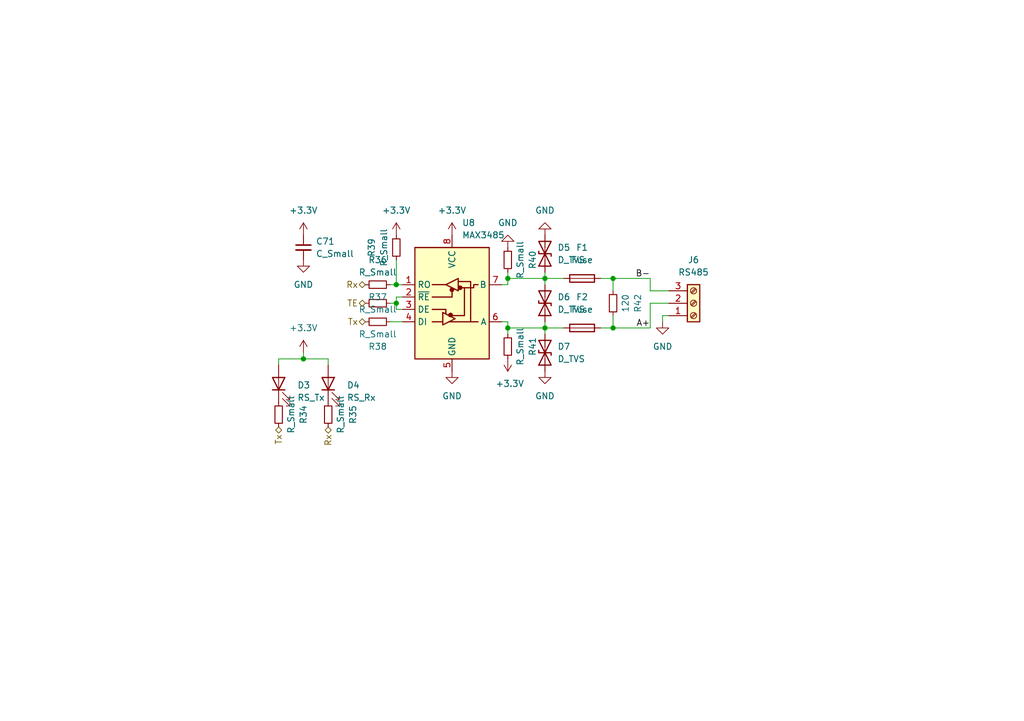
<source format=kicad_sch>
(kicad_sch (version 20211123) (generator eeschema)
  (paper "A5")
  (lib_symbols
    (symbol "Connector:Screw_Terminal_01x03" (pin_names (offset 1.016) hide)
      (property "Reference" "J" (at 0 5.08 0))
      (property "Value" "Screw_Terminal_01x03" (at 0 -5.08 0))
      (symbol "Screw_Terminal_01x03_1_1"
        (rectangle (start -1.27 3.81) (end 1.27 -3.81) (stroke (width 0.254)) (fill (type background)))
        (circle (center 0 -2.54) (radius 0.635) (stroke (width 0.1524)))
        (polyline (pts (xy -0.5334 -2.2098) (xy 0.3302 -3.048)) (stroke (width 0.1524)))
        (polyline (pts (xy -0.5334 0.3302) (xy 0.3302 -0.508)) (stroke (width 0.1524)))
        (polyline (pts (xy -0.5334 2.8702) (xy 0.3302 2.032)) (stroke (width 0.1524)))
        (polyline (pts (xy -0.3556 -2.032) (xy 0.508 -2.8702)) (stroke (width 0.1524)))
        (polyline (pts (xy -0.3556 0.508) (xy 0.508 -0.3302)) (stroke (width 0.1524)))
        (polyline (pts (xy -0.3556 3.048) (xy 0.508 2.2098)) (stroke (width 0.1524)))
        (circle (center 0 0) (radius 0.635) (stroke (width 0.1524)))
        (circle (center 0 2.54) (radius 0.635) (stroke (width 0.1524)))
        (pin passive line (at -5.08 2.54 0) (length 3.81) (name "Pin_1") (number "1"))
        (pin passive line (at -5.08 0 0) (length 3.81) (name "Pin_2") (number "2"))
        (pin passive line (at -5.08 -2.54 0) (length 3.81) (name "Pin_3") (number "3"))
      )
    )
    (symbol "Device:C_Small" (pin_numbers hide) (pin_names (offset 0.254) hide)
      (property "Reference" "C" (at 0.254 1.778 0))
      (property "Value" "C_Small" (at 0.254 -2.032 0))
      (symbol "C_Small_0_1"
        (polyline (pts (xy -1.524 -0.508) (xy 1.524 -0.508)) (stroke (width 0.3302)))
        (polyline (pts (xy -1.524 0.508) (xy 1.524 0.508)) (stroke (width 0.3048)))
      )
      (symbol "C_Small_1_1"
        (pin passive line (at 0 2.54 270) (length 2.032) (name "~") (number "1"))
        (pin passive line (at 0 -2.54 90) (length 2.032) (name "~") (number "2"))
      )
    )
    (symbol "Device:D_TVS" (pin_numbers hide) (pin_names (offset 1.016) hide)
      (property "Reference" "D" (at 0 2.54 0))
      (property "Value" "D_TVS" (at 0 -2.54 0))
      (symbol "D_TVS_0_1"
        (polyline (pts (xy 1.27 0) (xy -1.27 0)))
        (polyline (pts (xy 0.508 1.27) (xy 0 1.27) (xy 0 -1.27) (xy -0.508 -1.27)) (stroke (width 0.254)))
        (polyline (pts (xy -2.54 1.27) (xy -2.54 -1.27) (xy 2.54 1.27) (xy 2.54 -1.27) (xy -2.54 1.27)) (stroke (width 0.254)))
      )
      (symbol "D_TVS_1_1"
        (pin passive line (at -3.81 0 0) (length 2.54) (name "A1") (number "1"))
        (pin passive line (at 3.81 0 180) (length 2.54) (name "A2") (number "2"))
      )
    )
    (symbol "Device:Fuse" (pin_numbers hide) (pin_names (offset 0))
      (property "Reference" "F" (at 2.032 0 90))
      (property "Value" "Fuse" (at -1.905 0 90))
      (symbol "Fuse_0_1"
        (rectangle (start -0.762 -2.54) (end 0.762 2.54) (stroke (width 0.254)))
        (polyline (pts (xy 0 2.54) (xy 0 -2.54)))
      )
      (symbol "Fuse_1_1"
        (pin passive line (at 0 3.81 270) (length 1.27) (name "~") (number "1"))
        (pin passive line (at 0 -3.81 90) (length 1.27) (name "~") (number "2"))
      )
    )
    (symbol "Device:LED" (pin_numbers hide) (pin_names (offset 1.016) hide)
      (property "Reference" "D" (at 0 2.54 0))
      (property "Value" "LED" (at 0 -2.54 0))
      (symbol "LED_0_1"
        (polyline (pts (xy -1.27 -1.27) (xy -1.27 1.27)) (stroke (width 0.254)))
        (polyline (pts (xy -1.27 0) (xy 1.27 0)))
        (polyline (pts (xy 1.27 -1.27) (xy 1.27 1.27) (xy -1.27 0) (xy 1.27 -1.27)) (stroke (width 0.254)))
        (polyline (pts (xy -3.048 -0.762) (xy -4.572 -2.286) (xy -3.81 -2.286) (xy -4.572 -2.286) (xy -4.572 -1.524)))
        (polyline (pts (xy -1.778 -0.762) (xy -3.302 -2.286) (xy -2.54 -2.286) (xy -3.302 -2.286) (xy -3.302 -1.524)))
      )
      (symbol "LED_1_1"
        (pin passive line (at -3.81 0 0) (length 2.54) (name "K") (number "1"))
        (pin passive line (at 3.81 0 180) (length 2.54) (name "A") (number "2"))
      )
    )
    (symbol "Device:R_Small" (pin_numbers hide) (pin_names (offset 0.254) hide)
      (property "Reference" "R" (at 0.762 0.508 0))
      (property "Value" "R_Small" (at 0.762 -1.016 0))
      (symbol "R_Small_0_1"
        (rectangle (start -0.762 1.778) (end 0.762 -1.778) (stroke (width 0.2032)))
      )
      (symbol "R_Small_1_1"
        (pin passive line (at 0 2.54 270) (length 0.762) (name "~") (number "1"))
        (pin passive line (at 0 -2.54 90) (length 0.762) (name "~") (number "2"))
      )
    )
    (symbol "Interface_UART:MAX3485"
      (property "Reference" "U" (at -6.096 11.43 0))
      (property "Value" "MAX3485" (at 0.762 11.43 0))
      (symbol "MAX3485_0_1"
        (rectangle (start -7.62 10.16) (end 7.62 -12.7) (stroke (width 0.254)) (fill (type background)))
        (circle (center -0.3048 -3.683) (radius 0.3556) (stroke (width 0.254)) (fill (type outline)))
        (circle (center -0.0254 1.4986) (radius 0.3556) (stroke (width 0.254)) (fill (type outline)))
        (polyline (pts (xy -4.064 -5.08) (xy -1.905 -5.08)) (stroke (width 0.254)))
        (polyline (pts (xy -4.064 2.54) (xy -1.27 2.54)) (stroke (width 0.254)))
        (polyline (pts (xy -1.27 -3.2004) (xy -1.27 -3.4544)) (stroke (width 0.254)))
        (polyline (pts (xy -0.635 -5.08) (xy 5.334 -5.08)) (stroke (width 0.254)))
        (polyline (pts (xy -4.064 -2.54) (xy -1.27 -2.54) (xy -1.27 -3.175)) (stroke (width 0.254)))
        (polyline (pts (xy 0 1.27) (xy 0 0) (xy -4.064 0)) (stroke (width 0.254)))
        (polyline (pts (xy 1.27 3.175) (xy 3.81 3.175) (xy 3.81 -5.08)) (stroke (width 0.254)))
        (polyline (pts (xy 2.54 1.905) (xy 2.54 -3.81) (xy 0 -3.81)) (stroke (width 0.254)))
        (polyline (pts (xy -1.905 -3.175) (xy -1.905 -5.715) (xy 0.635 -4.445) (xy -1.905 -3.175)) (stroke (width 0.254)))
        (polyline (pts (xy -1.27 2.54) (xy 1.27 3.81) (xy 1.27 1.27) (xy -1.27 2.54)) (stroke (width 0.254)))
        (polyline (pts (xy 1.905 1.905) (xy 4.445 1.905) (xy 4.445 2.54) (xy 5.334 2.54)) (stroke (width 0.254)))
        (rectangle (start 1.27 3.175) (end 1.27 3.175))
        (circle (center 1.651 1.905) (radius 0.3556) (stroke (width 0.254)) (fill (type outline)))
      )
      (symbol "MAX3485_1_1"
        (pin output line (at -10.16 2.54 0) (length 2.54) (name "RO") (number "1"))
        (pin input line (at -10.16 0 0) (length 2.54) (name "~{RE}") (number "2"))
        (pin input line (at -10.16 -2.54 0) (length 2.54) (name "DE") (number "3"))
        (pin input line (at -10.16 -5.08 0) (length 2.54) (name "DI") (number "4"))
        (pin power_in line (at 0 -15.24 90) (length 2.54) (name "GND") (number "5"))
        (pin bidirectional line (at 10.16 -5.08 180) (length 2.54) (name "A") (number "6"))
        (pin bidirectional line (at 10.16 2.54 180) (length 2.54) (name "B") (number "7"))
        (pin power_in line (at 0 12.7 270) (length 2.54) (name "VCC") (number "8"))
      )
    )
    (symbol "power:+3.3V" (power) (pin_names (offset 0))
      (property "Value" "+3.3V" (at 0 3.556 0))
      (symbol "+3.3V_0_1"
        (polyline (pts (xy -0.762 1.27) (xy 0 2.54)))
        (polyline (pts (xy 0 0) (xy 0 2.54)))
        (polyline (pts (xy 0 2.54) (xy 0.762 1.27)))
      )
      (symbol "+3.3V_1_1"
        (pin power_in line (at 0 0 90) (length 0) hide (name "+3.3V") (number "1"))
      )
    )
    (symbol "power:GND" (power) (pin_names (offset 0))
      (property "Value" "GND" (at 0 -3.81 0))
      (symbol "GND_0_1"
        (polyline (pts (xy 0 0) (xy 0 -1.27) (xy 1.27 -1.27) (xy 0 -2.54) (xy -1.27 -1.27) (xy 0 -1.27)))
      )
      (symbol "GND_1_1"
        (pin power_in line (at 0 0 270) (length 0) hide (name "GND") (number "1"))
      )
    )
  )
  (junction (at 104.14 57.15))
  (junction (at 125.73 67.31))
  (junction (at 111.76 57.15))
  (junction (at 125.73 57.15))
  (junction (at 81.28 58.42))
  (junction (at 81.28 62.23))
  (junction (at 62.23 73.66))
  (junction (at 104.14 67.31))
  (junction (at 111.76 67.31))
  (wire (pts (xy 137.16 62.23) (xy 133.35 62.23)))
  (wire (pts (xy 57.15 73.66) (xy 57.15 74.93)))
  (wire (pts (xy 137.16 59.69) (xy 133.35 59.69)))
  (wire (pts (xy 111.76 57.15) (xy 115.57 57.15)))
  (wire (pts (xy 125.73 67.31) (xy 123.19 67.31)))
  (wire (pts (xy 62.23 72.39) (xy 62.23 73.66)))
  (wire (pts (xy 111.76 67.31) (xy 111.76 66.04)))
  (wire (pts (xy 81.28 63.5) (xy 82.55 63.5)))
  (wire (pts (xy 62.23 73.66) (xy 57.15 73.66)))
  (wire (pts (xy 67.31 74.93) (xy 67.31 73.66)))
  (wire (pts (xy 104.14 58.42) (xy 104.14 57.15)))
  (wire (pts (xy 125.73 59.69) (xy 125.73 57.15)))
  (wire (pts (xy 67.31 73.66) (xy 62.23 73.66)))
  (wire (pts (xy 133.35 59.69) (xy 133.35 57.15)))
  (wire (pts (xy 111.76 67.31) (xy 115.57 67.31)))
  (wire (pts (xy 82.55 60.96) (xy 81.28 60.96)))
  (wire (pts (xy 123.19 57.15) (xy 125.73 57.15)))
  (wire (pts (xy 102.87 66.04) (xy 104.14 66.04)))
  (wire (pts (xy 104.14 66.04) (xy 104.14 67.31)))
  (wire (pts (xy 111.76 55.88) (xy 111.76 57.15)))
  (wire (pts (xy 133.35 62.23) (xy 133.35 67.31)))
  (wire (pts (xy 111.76 67.31) (xy 111.76 68.58)))
  (wire (pts (xy 81.28 62.23) (xy 81.28 63.5)))
  (wire (pts (xy 104.14 57.15) (xy 111.76 57.15)))
  (wire (pts (xy 104.14 67.31) (xy 104.14 68.58)))
  (wire (pts (xy 111.76 57.15) (xy 111.76 58.42)))
  (wire (pts (xy 104.14 67.31) (xy 111.76 67.31)))
  (wire (pts (xy 135.89 64.77) (xy 137.16 64.77)))
  (wire (pts (xy 80.01 66.04) (xy 82.55 66.04)))
  (wire (pts (xy 125.73 64.77) (xy 125.73 67.31)))
  (wire (pts (xy 81.28 53.34) (xy 81.28 58.42)))
  (wire (pts (xy 102.87 58.42) (xy 104.14 58.42)))
  (wire (pts (xy 133.35 67.31) (xy 125.73 67.31)))
  (wire (pts (xy 133.35 57.15) (xy 125.73 57.15)))
  (wire (pts (xy 80.01 58.42) (xy 81.28 58.42)))
  (wire (pts (xy 135.89 66.04) (xy 135.89 64.77)))
  (wire (pts (xy 81.28 60.96) (xy 81.28 62.23)))
  (wire (pts (xy 80.01 62.23) (xy 81.28 62.23)))
  (wire (pts (xy 104.14 55.88) (xy 104.14 57.15)))
  (wire (pts (xy 81.28 58.42) (xy 82.55 58.42)))
  (label "A+" (at 133.35 67.31 180))
  (label "B-" (at 133.35 57.15 180))
  (hierarchical_label "Tx" (shape bidirectional) (at 57.15 87.63 270))
  (hierarchical_label "Rx" (shape bidirectional) (at 74.93 58.42 180))
  (hierarchical_label "Rx" (shape bidirectional) (at 67.31 87.63 270))
  (hierarchical_label "TE" (shape bidirectional) (at 74.93 62.23 180))
  (hierarchical_label "Tx" (shape bidirectional) (at 74.93 66.04 180))
  (symbol (lib_id "power:+3.3V") (at 92.71 48.26 0) (unit 1)
    (property "Reference" "#PWR0187" (effects hide))
    (property "Value" "+3.3V" (at 92.71 43.18 0))
  )
  (symbol (lib_id "Device:R_Small") (at 125.73 62.23 180) (unit 1)
    (property "Reference" "R42" (at 130.81 62.23 90))
    (property "Value" "120" (at 128.27 62.23 90))
    (property "Footprint" "Resistor_SMD:R_0805_2012Metric" (effects hide))
  )
  (symbol (lib_id "power:+3.3V") (at 104.14 73.66 180) (unit 1)
    (property "Reference" "#PWR0193" (effects hide))
    (property "Value" "+3.3V" (at 101.6 78.74 0) (effects (justify right)))
  )
  (symbol (lib_id "Device:Fuse") (at 119.38 57.15 90) (unit 1)
    (property "Reference" "F1" (at 119.38 50.8 90))
    (property "Value" "Fuse" (at 119.38 53.34 90))
    (property "Footprint" "Fuse:Fuse_1812_4532Metric" (effects hide))
  )
  (symbol (lib_id "Device:R_Small") (at 104.14 53.34 180) (unit 1)
    (property "Reference" "R40" (at 109.22 53.34 90))
    (property "Value" "R_Small" (at 106.68 53.34 90))
    (property "Footprint" "Resistor_SMD:R_0603_1608Metric" (effects hide))
  )
  (symbol (lib_id "power:GND") (at 111.76 48.26 180) (unit 1)
    (property "Reference" "#PWR0191" (effects hide))
    (property "Value" "GND" (at 111.76 43.18 0))
  )
  (symbol (lib_id "Device:R_Small") (at 104.14 71.12 180) (unit 1)
    (property "Reference" "R41" (at 109.22 71.12 90))
    (property "Value" "R_Small" (at 106.68 71.12 90))
    (property "Footprint" "Resistor_SMD:R_0603_1608Metric" (effects hide))
  )
  (symbol (lib_id "power:+3.3V") (at 81.28 48.26 0) (unit 1)
    (property "Reference" "#PWR0188" (effects hide))
    (property "Value" "+3.3V" (at 81.28 43.18 0))
  )
  (symbol (lib_id "Device:R_Small") (at 77.47 66.04 90) (unit 1)
    (property "Reference" "R38" (at 77.47 71.12 90))
    (property "Value" "R_Small" (at 77.47 68.58 90))
    (property "Footprint" "Resistor_SMD:R_0603_1608Metric" (effects hide))
  )
  (symbol (lib_id "power:+3.3V") (at 62.23 48.26 0) (unit 1)
    (property "Reference" "#PWR0195" (effects hide))
    (property "Value" "+3.3V" (at 62.23 43.18 0))
  )
  (symbol (lib_id "power:GND") (at 111.76 76.2 0) (unit 1)
    (property "Reference" "#PWR0192" (effects hide))
    (property "Value" "GND" (at 111.76 81.28 0))
  )
  (symbol (lib_id "Device:R_Small") (at 67.31 85.09 180) (unit 1)
    (property "Reference" "R35" (at 72.39 85.09 90))
    (property "Value" "R_Small" (at 69.85 85.09 90))
    (property "Footprint" "Resistor_SMD:R_0603_1608Metric" (effects hide))
  )
  (symbol (lib_id "Device:D_TVS") (at 111.76 52.07 90) (unit 1)
    (property "Reference" "D5" (at 114.3 50.7999 90) (effects (justify right)))
    (property "Value" "D_TVS" (at 114.3 53.3399 90) (effects (justify right)))
    (property "Footprint" "Diode_SMD:D_SMA" (effects hide))
  )
  (symbol (lib_id "Device:D_TVS") (at 111.76 72.39 90) (unit 1)
    (property "Reference" "D7" (at 114.3 71.1199 90) (effects (justify right)))
    (property "Value" "D_TVS" (at 114.3 73.6599 90) (effects (justify right)))
    (property "Footprint" "Diode_SMD:D_SMA" (effects hide))
  )
  (symbol (lib_id "Device:R_Small") (at 77.47 58.42 90) (unit 1)
    (property "Reference" "R36" (at 77.47 53.34 90))
    (property "Value" "R_Small" (at 77.47 55.88 90))
    (property "Footprint" "Resistor_SMD:R_0603_1608Metric" (effects hide))
  )
  (symbol (lib_id "power:GND") (at 92.71 76.2 0) (unit 1)
    (property "Reference" "#PWR0186" (effects hide))
    (property "Value" "GND" (at 92.71 81.28 0))
  )
  (symbol (lib_id "power:+3.3V") (at 62.23 72.39 0) (unit 1)
    (property "Reference" "#PWR0189" (effects hide))
    (property "Value" "+3.3V" (at 62.23 67.31 0))
  )
  (symbol (lib_id "Device:R_Small") (at 81.28 50.8 180) (unit 1)
    (property "Reference" "R39" (at 76.2 50.8 90))
    (property "Value" "R_Small" (at 78.74 50.8 90))
    (property "Footprint" "Resistor_SMD:R_0603_1608Metric" (effects hide))
  )
  (symbol (lib_id "Device:C_Small") (at 62.23 50.8 0) (unit 1)
    (property "Reference" "C71" (at 64.77 49.5362 0) (effects (justify left)))
    (property "Value" "C_Small" (at 64.77 52.0762 0) (effects (justify left)))
    (property "Footprint" "Capacitor_SMD:C_0603_1608Metric" (effects hide))
  )
  (symbol (lib_id "power:GND") (at 104.14 50.8 180) (unit 1)
    (property "Reference" "#PWR0190" (effects hide))
    (property "Value" "GND" (at 104.14 45.72 0))
  )
  (symbol (lib_id "Device:D_TVS") (at 111.76 62.23 90) (unit 1)
    (property "Reference" "D6" (at 114.3 60.9599 90) (effects (justify right)))
    (property "Value" "D_TVS" (at 114.3 63.4999 90) (effects (justify right)))
    (property "Footprint" "Diode_SMD:D_SMA" (effects hide))
  )
  (symbol (lib_id "Device:Fuse") (at 119.38 67.31 90) (unit 1)
    (property "Reference" "F2" (at 119.38 60.96 90))
    (property "Value" "Fuse" (at 119.38 63.5 90))
    (property "Footprint" "Fuse:Fuse_1812_4532Metric" (effects hide))
  )
  (symbol (lib_id "Device:R_Small") (at 77.47 62.23 90) (unit 1)
    (property "Reference" "R37" (at 77.47 60.96 90))
    (property "Value" "R_Small" (at 77.47 63.5 90))
    (property "Footprint" "Resistor_SMD:R_0603_1608Metric" (effects hide))
  )
  (symbol (lib_id "Interface_UART:MAX3485") (at 92.71 60.96 0) (unit 1)
    (property "Reference" "U8" (at 94.7294 45.72 0) (effects (justify left)))
    (property "Value" "MAX3485" (at 94.7294 48.26 0) (effects (justify left)))
    (property "Footprint" "Package_SO:SOIC-8_3.9x4.9mm_P1.27mm" (effects hide))
    (property "Datasheet" "https://datasheets.maximintegrated.com/en/ds/MAX3483-MAX3491.pdf" (effects hide))
  )
  (symbol (lib_id "Device:LED") (at 67.31 78.74 90) (unit 1)
    (property "Reference" "D4" (at 71.12 79.0574 90) (effects (justify right)))
    (property "Value" "RS_Rx" (at 71.12 81.5974 90) (effects (justify right)))
    (property "Footprint" "LED_SMD:LED_0603_1608Metric" (effects hide))
  )
  (symbol (lib_id "power:GND") (at 62.23 53.34 0) (unit 1)
    (property "Reference" "#PWR0196" (effects hide))
    (property "Value" "GND" (at 62.23 58.42 0))
  )
  (symbol (lib_id "Device:R_Small") (at 57.15 85.09 180) (unit 1)
    (property "Reference" "R34" (at 62.23 85.09 90))
    (property "Value" "R_Small" (at 59.69 85.09 90))
    (property "Footprint" "Resistor_SMD:R_0603_1608Metric" (effects hide))
  )
  (symbol (lib_id "Device:LED") (at 57.15 78.74 90) (unit 1)
    (property "Reference" "D3" (at 60.96 79.0574 90) (effects (justify right)))
    (property "Value" "RS_Tx" (at 60.96 81.5974 90) (effects (justify right)))
    (property "Footprint" "LED_SMD:LED_0603_1608Metric" (effects hide))
  )
  (symbol (lib_id "power:GND") (at 135.89 66.04 0) (unit 1)
    (property "Reference" "#PWR0194" (effects hide))
    (property "Value" "GND" (at 135.89 71.12 0))
  )
  (symbol (lib_id "Connector:Screw_Terminal_01x03") (at 142.24 62.23 0) (mirror x) (unit 1)
    (property "Reference" "J6" (at 142.24 53.34 0))
    (property "Value" "RS485" (at 142.24 55.88 0))
    (property "Footprint" "TerminalBlock_Phoenix:TerminalBlock_Phoenix_MKDS-1,5-3-5.08_1x03_P5.08mm_Horizontal" (effects hide))
  )
)
</source>
